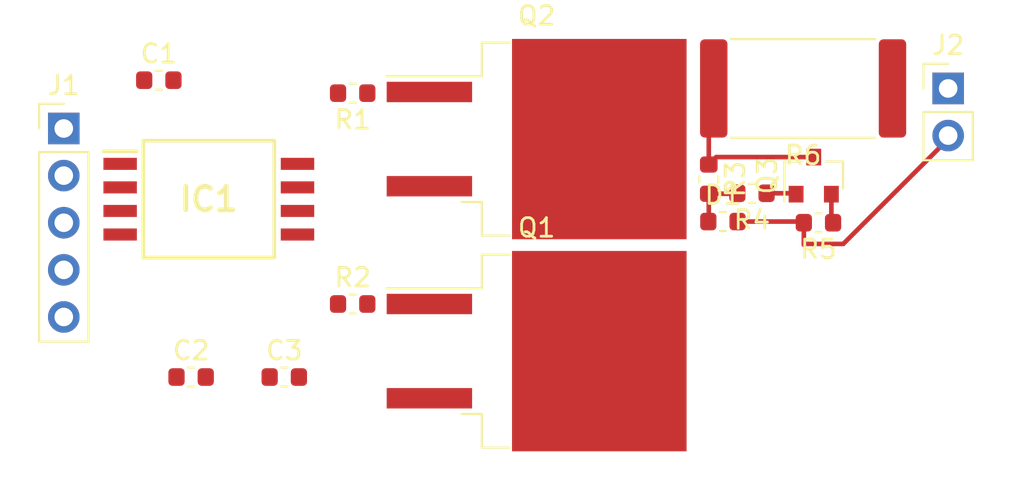
<source format=kicad_pcb>
(kicad_pcb (version 20171130) (host pcbnew "(5.1.6)-1")

  (general
    (thickness 1.6)
    (drawings 0)
    (tracks 19)
    (zones 0)
    (modules 16)
    (nets 15)
  )

  (page A4)
  (layers
    (0 F.Cu signal)
    (31 B.Cu signal)
    (32 B.Adhes user)
    (33 F.Adhes user)
    (34 B.Paste user)
    (35 F.Paste user)
    (36 B.SilkS user)
    (37 F.SilkS user)
    (38 B.Mask user)
    (39 F.Mask user)
    (40 Dwgs.User user)
    (41 Cmts.User user)
    (42 Eco1.User user)
    (43 Eco2.User user)
    (44 Edge.Cuts user)
    (45 Margin user)
    (46 B.CrtYd user)
    (47 F.CrtYd user)
    (48 B.Fab user)
    (49 F.Fab user)
  )

  (setup
    (last_trace_width 0.25)
    (trace_clearance 0.2)
    (zone_clearance 0.508)
    (zone_45_only no)
    (trace_min 0.2)
    (via_size 0.8)
    (via_drill 0.4)
    (via_min_size 0.4)
    (via_min_drill 0.3)
    (uvia_size 0.3)
    (uvia_drill 0.1)
    (uvias_allowed no)
    (uvia_min_size 0.2)
    (uvia_min_drill 0.1)
    (edge_width 0.05)
    (segment_width 0.2)
    (pcb_text_width 0.3)
    (pcb_text_size 1.5 1.5)
    (mod_edge_width 0.12)
    (mod_text_size 1 1)
    (mod_text_width 0.15)
    (pad_size 1.524 1.524)
    (pad_drill 0.762)
    (pad_to_mask_clearance 0.05)
    (aux_axis_origin 0 0)
    (visible_elements FFFFFF7F)
    (pcbplotparams
      (layerselection 0x010fc_ffffffff)
      (usegerberextensions false)
      (usegerberattributes true)
      (usegerberadvancedattributes true)
      (creategerberjobfile true)
      (excludeedgelayer true)
      (linewidth 0.100000)
      (plotframeref false)
      (viasonmask false)
      (mode 1)
      (useauxorigin false)
      (hpglpennumber 1)
      (hpglpenspeed 20)
      (hpglpendiameter 15.000000)
      (psnegative false)
      (psa4output false)
      (plotreference true)
      (plotvalue true)
      (plotinvisibletext false)
      (padsonsilk false)
      (subtractmaskfromsilk false)
      (outputformat 1)
      (mirror false)
      (drillshape 1)
      (scaleselection 1)
      (outputdirectory ""))
  )

  (net 0 "")
  (net 1 "Net-(C1-Pad2)")
  (net 2 "Net-(C1-Pad1)")
  (net 3 "Net-(C2-Pad2)")
  (net 4 "Net-(C2-Pad1)")
  (net 5 "Net-(C3-Pad2)")
  (net 6 "Net-(D1-Pad1)")
  (net 7 "Net-(IC1-Pad8)")
  (net 8 "Net-(IC1-Pad7)")
  (net 9 "Net-(IC1-Pad2)")
  (net 10 "Net-(J2-Pad1)")
  (net 11 "Net-(Q1-Pad2)")
  (net 12 "Net-(Q1-Pad1)")
  (net 13 "Net-(Q3-Pad2)")
  (net 14 "Net-(Q3-Pad1)")

  (net_class Default "This is the default net class."
    (clearance 0.2)
    (trace_width 0.25)
    (via_dia 0.8)
    (via_drill 0.4)
    (uvia_dia 0.3)
    (uvia_drill 0.1)
    (add_net "Net-(C1-Pad1)")
    (add_net "Net-(C1-Pad2)")
    (add_net "Net-(C2-Pad1)")
    (add_net "Net-(C2-Pad2)")
    (add_net "Net-(C3-Pad2)")
    (add_net "Net-(D1-Pad1)")
    (add_net "Net-(IC1-Pad2)")
    (add_net "Net-(IC1-Pad7)")
    (add_net "Net-(IC1-Pad8)")
    (add_net "Net-(J2-Pad1)")
    (add_net "Net-(Q1-Pad1)")
    (add_net "Net-(Q1-Pad2)")
    (add_net "Net-(Q3-Pad1)")
    (add_net "Net-(Q3-Pad2)")
  )

  (module Resistor_SMD:R_4020_10251Metric (layer F.Cu) (tedit 5B301BBD) (tstamp 5F70377C)
    (at 157.4165 70.8025 180)
    (descr "Resistor SMD 4020 (10251 Metric), square (rectangular) end terminal, IPC_7351 nominal, (Body size source: http://datasheet.octopart.com/HVC0603T5004FET-Ohmite-datasheet-26699797.pdf), generated with kicad-footprint-generator")
    (tags resistor)
    (path /5F795715)
    (attr smd)
    (fp_text reference R6 (at 0 -3.6) (layer F.SilkS)
      (effects (font (size 1 1) (thickness 0.15)))
    )
    (fp_text value 0.25R (at 0 3.6) (layer F.Fab)
      (effects (font (size 1 1) (thickness 0.15)))
    )
    (fp_text user %R (at 0 0) (layer F.Fab)
      (effects (font (size 1 1) (thickness 0.15)))
    )
    (fp_line (start -5.1 2.55) (end -5.1 -2.55) (layer F.Fab) (width 0.1))
    (fp_line (start -5.1 -2.55) (end 5.1 -2.55) (layer F.Fab) (width 0.1))
    (fp_line (start 5.1 -2.55) (end 5.1 2.55) (layer F.Fab) (width 0.1))
    (fp_line (start 5.1 2.55) (end -5.1 2.55) (layer F.Fab) (width 0.1))
    (fp_line (start -3.886252 -2.66) (end 3.886252 -2.66) (layer F.SilkS) (width 0.12))
    (fp_line (start -3.886252 2.66) (end 3.886252 2.66) (layer F.SilkS) (width 0.12))
    (fp_line (start -5.8 2.9) (end -5.8 -2.9) (layer F.CrtYd) (width 0.05))
    (fp_line (start -5.8 -2.9) (end 5.8 -2.9) (layer F.CrtYd) (width 0.05))
    (fp_line (start 5.8 -2.9) (end 5.8 2.9) (layer F.CrtYd) (width 0.05))
    (fp_line (start 5.8 2.9) (end -5.8 2.9) (layer F.CrtYd) (width 0.05))
    (pad 2 smd roundrect (at 4.8125 0 180) (size 1.475 5.3) (layers F.Cu F.Paste F.Mask) (roundrect_rratio 0.169492)
      (net 11 "Net-(Q1-Pad2)"))
    (pad 1 smd roundrect (at -4.8125 0 180) (size 1.475 5.3) (layers F.Cu F.Paste F.Mask) (roundrect_rratio 0.169492)
      (net 10 "Net-(J2-Pad1)"))
    (model ${KISYS3DMOD}/Resistor_SMD.3dshapes/R_4020_10251Metric.wrl
      (at (xyz 0 0 0))
      (scale (xyz 1 1 1))
      (rotate (xyz 0 0 0))
    )
  )

  (module Resistor_SMD:R_0603_1608Metric (layer F.Cu) (tedit 5B301BBD) (tstamp 5F702731)
    (at 158.242 78.0415 180)
    (descr "Resistor SMD 0603 (1608 Metric), square (rectangular) end terminal, IPC_7351 nominal, (Body size source: http://www.tortai-tech.com/upload/download/2011102023233369053.pdf), generated with kicad-footprint-generator")
    (tags resistor)
    (path /5F781062)
    (attr smd)
    (fp_text reference R5 (at 0 -1.43) (layer F.SilkS)
      (effects (font (size 1 1) (thickness 0.15)))
    )
    (fp_text value 1K (at 0 1.43) (layer F.Fab)
      (effects (font (size 1 1) (thickness 0.15)))
    )
    (fp_text user %R (at 0 0) (layer F.Fab)
      (effects (font (size 0.4 0.4) (thickness 0.06)))
    )
    (fp_line (start -0.8 0.4) (end -0.8 -0.4) (layer F.Fab) (width 0.1))
    (fp_line (start -0.8 -0.4) (end 0.8 -0.4) (layer F.Fab) (width 0.1))
    (fp_line (start 0.8 -0.4) (end 0.8 0.4) (layer F.Fab) (width 0.1))
    (fp_line (start 0.8 0.4) (end -0.8 0.4) (layer F.Fab) (width 0.1))
    (fp_line (start -0.162779 -0.51) (end 0.162779 -0.51) (layer F.SilkS) (width 0.12))
    (fp_line (start -0.162779 0.51) (end 0.162779 0.51) (layer F.SilkS) (width 0.12))
    (fp_line (start -1.48 0.73) (end -1.48 -0.73) (layer F.CrtYd) (width 0.05))
    (fp_line (start -1.48 -0.73) (end 1.48 -0.73) (layer F.CrtYd) (width 0.05))
    (fp_line (start 1.48 -0.73) (end 1.48 0.73) (layer F.CrtYd) (width 0.05))
    (fp_line (start 1.48 0.73) (end -1.48 0.73) (layer F.CrtYd) (width 0.05))
    (pad 2 smd roundrect (at 0.7875 0 180) (size 0.875 0.95) (layers F.Cu F.Paste F.Mask) (roundrect_rratio 0.25)
      (net 5 "Net-(C3-Pad2)"))
    (pad 1 smd roundrect (at -0.7875 0 180) (size 0.875 0.95) (layers F.Cu F.Paste F.Mask) (roundrect_rratio 0.25)
      (net 13 "Net-(Q3-Pad2)"))
    (model ${KISYS3DMOD}/Resistor_SMD.3dshapes/R_0603_1608Metric.wrl
      (at (xyz 0 0 0))
      (scale (xyz 1 1 1))
      (rotate (xyz 0 0 0))
    )
  )

  (module Resistor_SMD:R_0603_1608Metric (layer F.Cu) (tedit 5B301BBD) (tstamp 5F702720)
    (at 154.6605 76.454 180)
    (descr "Resistor SMD 0603 (1608 Metric), square (rectangular) end terminal, IPC_7351 nominal, (Body size source: http://www.tortai-tech.com/upload/download/2011102023233369053.pdf), generated with kicad-footprint-generator")
    (tags resistor)
    (path /5F769CD6)
    (attr smd)
    (fp_text reference R4 (at 0 -1.43) (layer F.SilkS)
      (effects (font (size 1 1) (thickness 0.15)))
    )
    (fp_text value 10K (at 0 1.43) (layer F.Fab)
      (effects (font (size 1 1) (thickness 0.15)))
    )
    (fp_text user %R (at 0 0) (layer F.Fab)
      (effects (font (size 0.4 0.4) (thickness 0.06)))
    )
    (fp_line (start -0.8 0.4) (end -0.8 -0.4) (layer F.Fab) (width 0.1))
    (fp_line (start -0.8 -0.4) (end 0.8 -0.4) (layer F.Fab) (width 0.1))
    (fp_line (start 0.8 -0.4) (end 0.8 0.4) (layer F.Fab) (width 0.1))
    (fp_line (start 0.8 0.4) (end -0.8 0.4) (layer F.Fab) (width 0.1))
    (fp_line (start -0.162779 -0.51) (end 0.162779 -0.51) (layer F.SilkS) (width 0.12))
    (fp_line (start -0.162779 0.51) (end 0.162779 0.51) (layer F.SilkS) (width 0.12))
    (fp_line (start -1.48 0.73) (end -1.48 -0.73) (layer F.CrtYd) (width 0.05))
    (fp_line (start -1.48 -0.73) (end 1.48 -0.73) (layer F.CrtYd) (width 0.05))
    (fp_line (start 1.48 -0.73) (end 1.48 0.73) (layer F.CrtYd) (width 0.05))
    (fp_line (start 1.48 0.73) (end -1.48 0.73) (layer F.CrtYd) (width 0.05))
    (pad 2 smd roundrect (at 0.7875 0 180) (size 0.875 0.95) (layers F.Cu F.Paste F.Mask) (roundrect_rratio 0.25)
      (net 6 "Net-(D1-Pad1)"))
    (pad 1 smd roundrect (at -0.7875 0 180) (size 0.875 0.95) (layers F.Cu F.Paste F.Mask) (roundrect_rratio 0.25)
      (net 14 "Net-(Q3-Pad1)"))
    (model ${KISYS3DMOD}/Resistor_SMD.3dshapes/R_0603_1608Metric.wrl
      (at (xyz 0 0 0))
      (scale (xyz 1 1 1))
      (rotate (xyz 0 0 0))
    )
  )

  (module Resistor_SMD:R_0603_1608Metric (layer F.Cu) (tedit 5B301BBD) (tstamp 5F70270F)
    (at 152.3365 75.692 270)
    (descr "Resistor SMD 0603 (1608 Metric), square (rectangular) end terminal, IPC_7351 nominal, (Body size source: http://www.tortai-tech.com/upload/download/2011102023233369053.pdf), generated with kicad-footprint-generator")
    (tags resistor)
    (path /5F7697A5)
    (attr smd)
    (fp_text reference R3 (at 0 -1.43 90) (layer F.SilkS)
      (effects (font (size 1 1) (thickness 0.15)))
    )
    (fp_text value 30K (at 0 1.43 90) (layer F.Fab)
      (effects (font (size 1 1) (thickness 0.15)))
    )
    (fp_text user %R (at 0 0 90) (layer F.Fab)
      (effects (font (size 0.4 0.4) (thickness 0.06)))
    )
    (fp_line (start -0.8 0.4) (end -0.8 -0.4) (layer F.Fab) (width 0.1))
    (fp_line (start -0.8 -0.4) (end 0.8 -0.4) (layer F.Fab) (width 0.1))
    (fp_line (start 0.8 -0.4) (end 0.8 0.4) (layer F.Fab) (width 0.1))
    (fp_line (start 0.8 0.4) (end -0.8 0.4) (layer F.Fab) (width 0.1))
    (fp_line (start -0.162779 -0.51) (end 0.162779 -0.51) (layer F.SilkS) (width 0.12))
    (fp_line (start -0.162779 0.51) (end 0.162779 0.51) (layer F.SilkS) (width 0.12))
    (fp_line (start -1.48 0.73) (end -1.48 -0.73) (layer F.CrtYd) (width 0.05))
    (fp_line (start -1.48 -0.73) (end 1.48 -0.73) (layer F.CrtYd) (width 0.05))
    (fp_line (start 1.48 -0.73) (end 1.48 0.73) (layer F.CrtYd) (width 0.05))
    (fp_line (start 1.48 0.73) (end -1.48 0.73) (layer F.CrtYd) (width 0.05))
    (pad 2 smd roundrect (at 0.7875 0 270) (size 0.875 0.95) (layers F.Cu F.Paste F.Mask) (roundrect_rratio 0.25)
      (net 6 "Net-(D1-Pad1)"))
    (pad 1 smd roundrect (at -0.7875 0 270) (size 0.875 0.95) (layers F.Cu F.Paste F.Mask) (roundrect_rratio 0.25)
      (net 11 "Net-(Q1-Pad2)"))
    (model ${KISYS3DMOD}/Resistor_SMD.3dshapes/R_0603_1608Metric.wrl
      (at (xyz 0 0 0))
      (scale (xyz 1 1 1))
      (rotate (xyz 0 0 0))
    )
  )

  (module Resistor_SMD:R_0603_1608Metric (layer F.Cu) (tedit 5B301BBD) (tstamp 5F7026FE)
    (at 133.1595 82.423)
    (descr "Resistor SMD 0603 (1608 Metric), square (rectangular) end terminal, IPC_7351 nominal, (Body size source: http://www.tortai-tech.com/upload/download/2011102023233369053.pdf), generated with kicad-footprint-generator")
    (tags resistor)
    (path /5F706FC9)
    (attr smd)
    (fp_text reference R2 (at 0 -1.43) (layer F.SilkS)
      (effects (font (size 1 1) (thickness 0.15)))
    )
    (fp_text value 3R3 (at 0 1.43) (layer F.Fab)
      (effects (font (size 1 1) (thickness 0.15)))
    )
    (fp_text user %R (at 0 0) (layer F.Fab)
      (effects (font (size 0.4 0.4) (thickness 0.06)))
    )
    (fp_line (start -0.8 0.4) (end -0.8 -0.4) (layer F.Fab) (width 0.1))
    (fp_line (start -0.8 -0.4) (end 0.8 -0.4) (layer F.Fab) (width 0.1))
    (fp_line (start 0.8 -0.4) (end 0.8 0.4) (layer F.Fab) (width 0.1))
    (fp_line (start 0.8 0.4) (end -0.8 0.4) (layer F.Fab) (width 0.1))
    (fp_line (start -0.162779 -0.51) (end 0.162779 -0.51) (layer F.SilkS) (width 0.12))
    (fp_line (start -0.162779 0.51) (end 0.162779 0.51) (layer F.SilkS) (width 0.12))
    (fp_line (start -1.48 0.73) (end -1.48 -0.73) (layer F.CrtYd) (width 0.05))
    (fp_line (start -1.48 -0.73) (end 1.48 -0.73) (layer F.CrtYd) (width 0.05))
    (fp_line (start 1.48 -0.73) (end 1.48 0.73) (layer F.CrtYd) (width 0.05))
    (fp_line (start 1.48 0.73) (end -1.48 0.73) (layer F.CrtYd) (width 0.05))
    (pad 2 smd roundrect (at 0.7875 0) (size 0.875 0.95) (layers F.Cu F.Paste F.Mask) (roundrect_rratio 0.25)
      (net 12 "Net-(Q1-Pad1)"))
    (pad 1 smd roundrect (at -0.7875 0) (size 0.875 0.95) (layers F.Cu F.Paste F.Mask) (roundrect_rratio 0.25)
      (net 8 "Net-(IC1-Pad7)"))
    (model ${KISYS3DMOD}/Resistor_SMD.3dshapes/R_0603_1608Metric.wrl
      (at (xyz 0 0 0))
      (scale (xyz 1 1 1))
      (rotate (xyz 0 0 0))
    )
  )

  (module Resistor_SMD:R_0603_1608Metric (layer F.Cu) (tedit 5B301BBD) (tstamp 5F7026ED)
    (at 133.1595 71.0565 180)
    (descr "Resistor SMD 0603 (1608 Metric), square (rectangular) end terminal, IPC_7351 nominal, (Body size source: http://www.tortai-tech.com/upload/download/2011102023233369053.pdf), generated with kicad-footprint-generator")
    (tags resistor)
    (path /5F7069B2)
    (attr smd)
    (fp_text reference R1 (at 0 -1.43) (layer F.SilkS)
      (effects (font (size 1 1) (thickness 0.15)))
    )
    (fp_text value 10R (at 0 1.43) (layer F.Fab)
      (effects (font (size 1 1) (thickness 0.15)))
    )
    (fp_text user %R (at 0 0) (layer F.Fab)
      (effects (font (size 0.4 0.4) (thickness 0.06)))
    )
    (fp_line (start -0.8 0.4) (end -0.8 -0.4) (layer F.Fab) (width 0.1))
    (fp_line (start -0.8 -0.4) (end 0.8 -0.4) (layer F.Fab) (width 0.1))
    (fp_line (start 0.8 -0.4) (end 0.8 0.4) (layer F.Fab) (width 0.1))
    (fp_line (start 0.8 0.4) (end -0.8 0.4) (layer F.Fab) (width 0.1))
    (fp_line (start -0.162779 -0.51) (end 0.162779 -0.51) (layer F.SilkS) (width 0.12))
    (fp_line (start -0.162779 0.51) (end 0.162779 0.51) (layer F.SilkS) (width 0.12))
    (fp_line (start -1.48 0.73) (end -1.48 -0.73) (layer F.CrtYd) (width 0.05))
    (fp_line (start -1.48 -0.73) (end 1.48 -0.73) (layer F.CrtYd) (width 0.05))
    (fp_line (start 1.48 -0.73) (end 1.48 0.73) (layer F.CrtYd) (width 0.05))
    (fp_line (start 1.48 0.73) (end -1.48 0.73) (layer F.CrtYd) (width 0.05))
    (pad 2 smd roundrect (at 0.7875 0 180) (size 0.875 0.95) (layers F.Cu F.Paste F.Mask) (roundrect_rratio 0.25)
      (net 7 "Net-(IC1-Pad8)"))
    (pad 1 smd roundrect (at -0.7875 0 180) (size 0.875 0.95) (layers F.Cu F.Paste F.Mask) (roundrect_rratio 0.25)
      (net 12 "Net-(Q1-Pad1)"))
    (model ${KISYS3DMOD}/Resistor_SMD.3dshapes/R_0603_1608Metric.wrl
      (at (xyz 0 0 0))
      (scale (xyz 1 1 1))
      (rotate (xyz 0 0 0))
    )
  )

  (module Package_TO_SOT_SMD:SOT-23 (layer F.Cu) (tedit 5A02FF57) (tstamp 5F7026DC)
    (at 157.988 75.5015 90)
    (descr "SOT-23, Standard")
    (tags SOT-23)
    (path /5F75B79C)
    (attr smd)
    (fp_text reference Q3 (at 0 -2.5 90) (layer F.SilkS)
      (effects (font (size 1 1) (thickness 0.15)))
    )
    (fp_text value DTC1D3R (at 0 2.5 90) (layer F.Fab)
      (effects (font (size 1 1) (thickness 0.15)))
    )
    (fp_text user %R (at 0 0) (layer F.Fab)
      (effects (font (size 0.5 0.5) (thickness 0.075)))
    )
    (fp_line (start -0.7 -0.95) (end -0.7 1.5) (layer F.Fab) (width 0.1))
    (fp_line (start -0.15 -1.52) (end 0.7 -1.52) (layer F.Fab) (width 0.1))
    (fp_line (start -0.7 -0.95) (end -0.15 -1.52) (layer F.Fab) (width 0.1))
    (fp_line (start 0.7 -1.52) (end 0.7 1.52) (layer F.Fab) (width 0.1))
    (fp_line (start -0.7 1.52) (end 0.7 1.52) (layer F.Fab) (width 0.1))
    (fp_line (start 0.76 1.58) (end 0.76 0.65) (layer F.SilkS) (width 0.12))
    (fp_line (start 0.76 -1.58) (end 0.76 -0.65) (layer F.SilkS) (width 0.12))
    (fp_line (start -1.7 -1.75) (end 1.7 -1.75) (layer F.CrtYd) (width 0.05))
    (fp_line (start 1.7 -1.75) (end 1.7 1.75) (layer F.CrtYd) (width 0.05))
    (fp_line (start 1.7 1.75) (end -1.7 1.75) (layer F.CrtYd) (width 0.05))
    (fp_line (start -1.7 1.75) (end -1.7 -1.75) (layer F.CrtYd) (width 0.05))
    (fp_line (start 0.76 -1.58) (end -1.4 -1.58) (layer F.SilkS) (width 0.12))
    (fp_line (start 0.76 1.58) (end -0.7 1.58) (layer F.SilkS) (width 0.12))
    (pad 3 smd rect (at 1 0 90) (size 0.9 0.8) (layers F.Cu F.Paste F.Mask)
      (net 11 "Net-(Q1-Pad2)"))
    (pad 2 smd rect (at -1 0.95 90) (size 0.9 0.8) (layers F.Cu F.Paste F.Mask)
      (net 13 "Net-(Q3-Pad2)"))
    (pad 1 smd rect (at -1 -0.95 90) (size 0.9 0.8) (layers F.Cu F.Paste F.Mask)
      (net 14 "Net-(Q3-Pad1)"))
    (model ${KISYS3DMOD}/Package_TO_SOT_SMD.3dshapes/SOT-23.wrl
      (at (xyz 0 0 0))
      (scale (xyz 1 1 1))
      (rotate (xyz 0 0 0))
    )
  )

  (module Package_TO_SOT_SMD:TO-263-2 (layer F.Cu) (tedit 5A70FB7B) (tstamp 5F7026C7)
    (at 143.0655 73.533)
    (descr "TO-263 / D2PAK / DDPAK SMD package, http://www.infineon.com/cms/en/product/packages/PG-TO263/PG-TO263-3-1/")
    (tags "D2PAK DDPAK TO-263 D2PAK-3 TO-263-3 SOT-404")
    (path /5F6FC0D7)
    (attr smd)
    (fp_text reference Q2 (at 0 -6.65) (layer F.SilkS)
      (effects (font (size 1 1) (thickness 0.15)))
    )
    (fp_text value IPB120N04S4-04 (at 0 6.65) (layer F.Fab)
      (effects (font (size 1 1) (thickness 0.15)))
    )
    (fp_text user %R (at 0 0) (layer F.Fab)
      (effects (font (size 1 1) (thickness 0.15)))
    )
    (fp_line (start 6.5 -5) (end 7.5 -5) (layer F.Fab) (width 0.1))
    (fp_line (start 7.5 -5) (end 7.5 5) (layer F.Fab) (width 0.1))
    (fp_line (start 7.5 5) (end 6.5 5) (layer F.Fab) (width 0.1))
    (fp_line (start 6.5 -5) (end 6.5 5) (layer F.Fab) (width 0.1))
    (fp_line (start 6.5 5) (end -2.75 5) (layer F.Fab) (width 0.1))
    (fp_line (start -2.75 5) (end -2.75 -4) (layer F.Fab) (width 0.1))
    (fp_line (start -2.75 -4) (end -1.75 -5) (layer F.Fab) (width 0.1))
    (fp_line (start -1.75 -5) (end 6.5 -5) (layer F.Fab) (width 0.1))
    (fp_line (start -2.75 -3.04) (end -7.45 -3.04) (layer F.Fab) (width 0.1))
    (fp_line (start -7.45 -3.04) (end -7.45 -2.04) (layer F.Fab) (width 0.1))
    (fp_line (start -7.45 -2.04) (end -2.75 -2.04) (layer F.Fab) (width 0.1))
    (fp_line (start -2.75 2.04) (end -7.45 2.04) (layer F.Fab) (width 0.1))
    (fp_line (start -7.45 2.04) (end -7.45 3.04) (layer F.Fab) (width 0.1))
    (fp_line (start -7.45 3.04) (end -2.75 3.04) (layer F.Fab) (width 0.1))
    (fp_line (start -1.45 -5.2) (end -2.95 -5.2) (layer F.SilkS) (width 0.12))
    (fp_line (start -2.95 -5.2) (end -2.95 -3.39) (layer F.SilkS) (width 0.12))
    (fp_line (start -2.95 -3.39) (end -8.075 -3.39) (layer F.SilkS) (width 0.12))
    (fp_line (start -1.45 5.2) (end -2.95 5.2) (layer F.SilkS) (width 0.12))
    (fp_line (start -2.95 5.2) (end -2.95 3.39) (layer F.SilkS) (width 0.12))
    (fp_line (start -2.95 3.39) (end -4.05 3.39) (layer F.SilkS) (width 0.12))
    (fp_line (start -8.32 -5.65) (end -8.32 5.65) (layer F.CrtYd) (width 0.05))
    (fp_line (start -8.32 5.65) (end 8.32 5.65) (layer F.CrtYd) (width 0.05))
    (fp_line (start 8.32 5.65) (end 8.32 -5.65) (layer F.CrtYd) (width 0.05))
    (fp_line (start 8.32 -5.65) (end -8.32 -5.65) (layer F.CrtYd) (width 0.05))
    (pad "" smd rect (at 0.95 2.775) (size 4.55 5.25) (layers F.Paste))
    (pad "" smd rect (at 5.8 -2.775) (size 4.55 5.25) (layers F.Paste))
    (pad "" smd rect (at 0.95 -2.775) (size 4.55 5.25) (layers F.Paste))
    (pad "" smd rect (at 5.8 2.775) (size 4.55 5.25) (layers F.Paste))
    (pad 2 smd rect (at 3.375 0) (size 9.4 10.8) (layers F.Cu F.Mask)
      (net 11 "Net-(Q1-Pad2)"))
    (pad 3 smd rect (at -5.775 2.54) (size 4.6 1.1) (layers F.Cu F.Paste F.Mask)
      (net 5 "Net-(C3-Pad2)"))
    (pad 1 smd rect (at -5.775 -2.54) (size 4.6 1.1) (layers F.Cu F.Paste F.Mask)
      (net 12 "Net-(Q1-Pad1)"))
    (model ${KISYS3DMOD}/Package_TO_SOT_SMD.3dshapes/TO-263-2.wrl
      (at (xyz 0 0 0))
      (scale (xyz 1 1 1))
      (rotate (xyz 0 0 0))
    )
  )

  (module Package_TO_SOT_SMD:TO-263-2 (layer F.Cu) (tedit 5A70FB7B) (tstamp 5F7026A3)
    (at 143.0655 84.963)
    (descr "TO-263 / D2PAK / DDPAK SMD package, http://www.infineon.com/cms/en/product/packages/PG-TO263/PG-TO263-3-1/")
    (tags "D2PAK DDPAK TO-263 D2PAK-3 TO-263-3 SOT-404")
    (path /5F6FE0E8)
    (attr smd)
    (fp_text reference Q1 (at 0 -6.65) (layer F.SilkS)
      (effects (font (size 1 1) (thickness 0.15)))
    )
    (fp_text value IPI120P04P4-04 (at 0 6.65) (layer F.Fab)
      (effects (font (size 1 1) (thickness 0.15)))
    )
    (fp_text user %R (at 0 0) (layer F.Fab)
      (effects (font (size 1 1) (thickness 0.15)))
    )
    (fp_line (start 6.5 -5) (end 7.5 -5) (layer F.Fab) (width 0.1))
    (fp_line (start 7.5 -5) (end 7.5 5) (layer F.Fab) (width 0.1))
    (fp_line (start 7.5 5) (end 6.5 5) (layer F.Fab) (width 0.1))
    (fp_line (start 6.5 -5) (end 6.5 5) (layer F.Fab) (width 0.1))
    (fp_line (start 6.5 5) (end -2.75 5) (layer F.Fab) (width 0.1))
    (fp_line (start -2.75 5) (end -2.75 -4) (layer F.Fab) (width 0.1))
    (fp_line (start -2.75 -4) (end -1.75 -5) (layer F.Fab) (width 0.1))
    (fp_line (start -1.75 -5) (end 6.5 -5) (layer F.Fab) (width 0.1))
    (fp_line (start -2.75 -3.04) (end -7.45 -3.04) (layer F.Fab) (width 0.1))
    (fp_line (start -7.45 -3.04) (end -7.45 -2.04) (layer F.Fab) (width 0.1))
    (fp_line (start -7.45 -2.04) (end -2.75 -2.04) (layer F.Fab) (width 0.1))
    (fp_line (start -2.75 2.04) (end -7.45 2.04) (layer F.Fab) (width 0.1))
    (fp_line (start -7.45 2.04) (end -7.45 3.04) (layer F.Fab) (width 0.1))
    (fp_line (start -7.45 3.04) (end -2.75 3.04) (layer F.Fab) (width 0.1))
    (fp_line (start -1.45 -5.2) (end -2.95 -5.2) (layer F.SilkS) (width 0.12))
    (fp_line (start -2.95 -5.2) (end -2.95 -3.39) (layer F.SilkS) (width 0.12))
    (fp_line (start -2.95 -3.39) (end -8.075 -3.39) (layer F.SilkS) (width 0.12))
    (fp_line (start -1.45 5.2) (end -2.95 5.2) (layer F.SilkS) (width 0.12))
    (fp_line (start -2.95 5.2) (end -2.95 3.39) (layer F.SilkS) (width 0.12))
    (fp_line (start -2.95 3.39) (end -4.05 3.39) (layer F.SilkS) (width 0.12))
    (fp_line (start -8.32 -5.65) (end -8.32 5.65) (layer F.CrtYd) (width 0.05))
    (fp_line (start -8.32 5.65) (end 8.32 5.65) (layer F.CrtYd) (width 0.05))
    (fp_line (start 8.32 5.65) (end 8.32 -5.65) (layer F.CrtYd) (width 0.05))
    (fp_line (start 8.32 -5.65) (end -8.32 -5.65) (layer F.CrtYd) (width 0.05))
    (pad "" smd rect (at 0.95 2.775) (size 4.55 5.25) (layers F.Paste))
    (pad "" smd rect (at 5.8 -2.775) (size 4.55 5.25) (layers F.Paste))
    (pad "" smd rect (at 0.95 -2.775) (size 4.55 5.25) (layers F.Paste))
    (pad "" smd rect (at 5.8 2.775) (size 4.55 5.25) (layers F.Paste))
    (pad 2 smd rect (at 3.375 0) (size 9.4 10.8) (layers F.Cu F.Mask)
      (net 11 "Net-(Q1-Pad2)"))
    (pad 3 smd rect (at -5.775 2.54) (size 4.6 1.1) (layers F.Cu F.Paste F.Mask)
      (net 4 "Net-(C2-Pad1)"))
    (pad 1 smd rect (at -5.775 -2.54) (size 4.6 1.1) (layers F.Cu F.Paste F.Mask)
      (net 12 "Net-(Q1-Pad1)"))
    (model ${KISYS3DMOD}/Package_TO_SOT_SMD.3dshapes/TO-263-2.wrl
      (at (xyz 0 0 0))
      (scale (xyz 1 1 1))
      (rotate (xyz 0 0 0))
    )
  )

  (module Connector_PinHeader_2.54mm:PinHeader_1x02_P2.54mm_Vertical (layer F.Cu) (tedit 59FED5CC) (tstamp 5F70267F)
    (at 165.227 70.8025)
    (descr "Through hole straight pin header, 1x02, 2.54mm pitch, single row")
    (tags "Through hole pin header THT 1x02 2.54mm single row")
    (path /5F79EA29)
    (fp_text reference J2 (at 0 -2.33) (layer F.SilkS)
      (effects (font (size 1 1) (thickness 0.15)))
    )
    (fp_text value Driver_OUT (at 0 4.87) (layer F.Fab)
      (effects (font (size 1 1) (thickness 0.15)))
    )
    (fp_text user %R (at 0 1.27 90) (layer F.Fab)
      (effects (font (size 1 1) (thickness 0.15)))
    )
    (fp_line (start -0.635 -1.27) (end 1.27 -1.27) (layer F.Fab) (width 0.1))
    (fp_line (start 1.27 -1.27) (end 1.27 3.81) (layer F.Fab) (width 0.1))
    (fp_line (start 1.27 3.81) (end -1.27 3.81) (layer F.Fab) (width 0.1))
    (fp_line (start -1.27 3.81) (end -1.27 -0.635) (layer F.Fab) (width 0.1))
    (fp_line (start -1.27 -0.635) (end -0.635 -1.27) (layer F.Fab) (width 0.1))
    (fp_line (start -1.33 3.87) (end 1.33 3.87) (layer F.SilkS) (width 0.12))
    (fp_line (start -1.33 1.27) (end -1.33 3.87) (layer F.SilkS) (width 0.12))
    (fp_line (start 1.33 1.27) (end 1.33 3.87) (layer F.SilkS) (width 0.12))
    (fp_line (start -1.33 1.27) (end 1.33 1.27) (layer F.SilkS) (width 0.12))
    (fp_line (start -1.33 0) (end -1.33 -1.33) (layer F.SilkS) (width 0.12))
    (fp_line (start -1.33 -1.33) (end 0 -1.33) (layer F.SilkS) (width 0.12))
    (fp_line (start -1.8 -1.8) (end -1.8 4.35) (layer F.CrtYd) (width 0.05))
    (fp_line (start -1.8 4.35) (end 1.8 4.35) (layer F.CrtYd) (width 0.05))
    (fp_line (start 1.8 4.35) (end 1.8 -1.8) (layer F.CrtYd) (width 0.05))
    (fp_line (start 1.8 -1.8) (end -1.8 -1.8) (layer F.CrtYd) (width 0.05))
    (pad 2 thru_hole oval (at 0 2.54) (size 1.7 1.7) (drill 1) (layers *.Cu *.Mask)
      (net 5 "Net-(C3-Pad2)"))
    (pad 1 thru_hole rect (at 0 0) (size 1.7 1.7) (drill 1) (layers *.Cu *.Mask)
      (net 10 "Net-(J2-Pad1)"))
    (model ${KISYS3DMOD}/Connector_PinHeader_2.54mm.3dshapes/PinHeader_1x02_P2.54mm_Vertical.wrl
      (at (xyz 0 0 0))
      (scale (xyz 1 1 1))
      (rotate (xyz 0 0 0))
    )
  )

  (module Connector_PinHeader_2.54mm:PinHeader_1x05_P2.54mm_Vertical (layer F.Cu) (tedit 59FED5CC) (tstamp 5F702669)
    (at 117.602 72.9615)
    (descr "Through hole straight pin header, 1x05, 2.54mm pitch, single row")
    (tags "Through hole pin header THT 1x05 2.54mm single row")
    (path /5F7B21D1)
    (fp_text reference J1 (at 0 -2.33) (layer F.SilkS)
      (effects (font (size 1 1) (thickness 0.15)))
    )
    (fp_text value Driver_IN (at 0 12.49) (layer F.Fab)
      (effects (font (size 1 1) (thickness 0.15)))
    )
    (fp_text user %R (at 0 5.08 90) (layer F.Fab)
      (effects (font (size 1 1) (thickness 0.15)))
    )
    (fp_line (start -0.635 -1.27) (end 1.27 -1.27) (layer F.Fab) (width 0.1))
    (fp_line (start 1.27 -1.27) (end 1.27 11.43) (layer F.Fab) (width 0.1))
    (fp_line (start 1.27 11.43) (end -1.27 11.43) (layer F.Fab) (width 0.1))
    (fp_line (start -1.27 11.43) (end -1.27 -0.635) (layer F.Fab) (width 0.1))
    (fp_line (start -1.27 -0.635) (end -0.635 -1.27) (layer F.Fab) (width 0.1))
    (fp_line (start -1.33 11.49) (end 1.33 11.49) (layer F.SilkS) (width 0.12))
    (fp_line (start -1.33 1.27) (end -1.33 11.49) (layer F.SilkS) (width 0.12))
    (fp_line (start 1.33 1.27) (end 1.33 11.49) (layer F.SilkS) (width 0.12))
    (fp_line (start -1.33 1.27) (end 1.33 1.27) (layer F.SilkS) (width 0.12))
    (fp_line (start -1.33 0) (end -1.33 -1.33) (layer F.SilkS) (width 0.12))
    (fp_line (start -1.33 -1.33) (end 0 -1.33) (layer F.SilkS) (width 0.12))
    (fp_line (start -1.8 -1.8) (end -1.8 11.95) (layer F.CrtYd) (width 0.05))
    (fp_line (start -1.8 11.95) (end 1.8 11.95) (layer F.CrtYd) (width 0.05))
    (fp_line (start 1.8 11.95) (end 1.8 -1.8) (layer F.CrtYd) (width 0.05))
    (fp_line (start 1.8 -1.8) (end -1.8 -1.8) (layer F.CrtYd) (width 0.05))
    (pad 5 thru_hole oval (at 0 10.16) (size 1.7 1.7) (drill 1) (layers *.Cu *.Mask)
      (net 5 "Net-(C3-Pad2)"))
    (pad 4 thru_hole oval (at 0 7.62) (size 1.7 1.7) (drill 1) (layers *.Cu *.Mask)
      (net 4 "Net-(C2-Pad1)"))
    (pad 3 thru_hole oval (at 0 5.08) (size 1.7 1.7) (drill 1) (layers *.Cu *.Mask)
      (net 1 "Net-(C1-Pad2)"))
    (pad 2 thru_hole oval (at 0 2.54) (size 1.7 1.7) (drill 1) (layers *.Cu *.Mask)
      (net 9 "Net-(IC1-Pad2)"))
    (pad 1 thru_hole rect (at 0 0) (size 1.7 1.7) (drill 1) (layers *.Cu *.Mask)
      (net 2 "Net-(C1-Pad1)"))
    (model ${KISYS3DMOD}/Connector_PinHeader_2.54mm.3dshapes/PinHeader_1x05_P2.54mm_Vertical.wrl
      (at (xyz 0 0 0))
      (scale (xyz 1 1 1))
      (rotate (xyz 0 0 0))
    )
  )

  (module 1EDI60H12AHXUMA1:SOIC127P1030X265-8N (layer F.Cu) (tedit 5F53E5A8) (tstamp 5F702650)
    (at 125.4125 76.7715)
    (descr 1EDI60H12AHXUMA1-1)
    (tags "Integrated Circuit")
    (path /5F704E0D)
    (attr smd)
    (fp_text reference IC1 (at 0 0) (layer F.SilkS)
      (effects (font (size 1.27 1.27) (thickness 0.254)))
    )
    (fp_text value 1EDI60H12AHXUMA1 (at 0 0) (layer F.SilkS) hide
      (effects (font (size 1.27 1.27) (thickness 0.254)))
    )
    (fp_line (start -5.675 -2.58) (end -3.875 -2.58) (layer F.SilkS) (width 0.2))
    (fp_line (start -3.525 3.15) (end -3.525 -3.15) (layer F.SilkS) (width 0.2))
    (fp_line (start 3.525 3.15) (end -3.525 3.15) (layer F.SilkS) (width 0.2))
    (fp_line (start 3.525 -3.15) (end 3.525 3.15) (layer F.SilkS) (width 0.2))
    (fp_line (start -3.525 -3.15) (end 3.525 -3.15) (layer F.SilkS) (width 0.2))
    (fp_line (start -3.75 -1.88) (end -2.48 -3.15) (layer Dwgs.User) (width 0.1))
    (fp_line (start -3.75 3.15) (end -3.75 -3.15) (layer Dwgs.User) (width 0.1))
    (fp_line (start 3.75 3.15) (end -3.75 3.15) (layer Dwgs.User) (width 0.1))
    (fp_line (start 3.75 -3.15) (end 3.75 3.15) (layer Dwgs.User) (width 0.1))
    (fp_line (start -3.75 -3.15) (end 3.75 -3.15) (layer Dwgs.User) (width 0.1))
    (fp_line (start -5.925 3.45) (end -5.925 -3.45) (layer Dwgs.User) (width 0.05))
    (fp_line (start 5.925 3.45) (end -5.925 3.45) (layer Dwgs.User) (width 0.05))
    (fp_line (start 5.925 -3.45) (end 5.925 3.45) (layer Dwgs.User) (width 0.05))
    (fp_line (start -5.925 -3.45) (end 5.925 -3.45) (layer Dwgs.User) (width 0.05))
    (pad 8 smd rect (at 4.775 -1.905 90) (size 0.65 1.8) (layers F.Cu F.Paste F.Mask)
      (net 7 "Net-(IC1-Pad8)"))
    (pad 7 smd rect (at 4.775 -0.635 90) (size 0.65 1.8) (layers F.Cu F.Paste F.Mask)
      (net 8 "Net-(IC1-Pad7)"))
    (pad 6 smd rect (at 4.775 0.635 90) (size 0.65 1.8) (layers F.Cu F.Paste F.Mask)
      (net 4 "Net-(C2-Pad1)"))
    (pad 5 smd rect (at 4.775 1.905 90) (size 0.65 1.8) (layers F.Cu F.Paste F.Mask)
      (net 5 "Net-(C3-Pad2)"))
    (pad 4 smd rect (at -4.775 1.905 90) (size 0.65 1.8) (layers F.Cu F.Paste F.Mask)
      (net 1 "Net-(C1-Pad2)"))
    (pad 3 smd rect (at -4.775 0.635 90) (size 0.65 1.8) (layers F.Cu F.Paste F.Mask)
      (net 1 "Net-(C1-Pad2)"))
    (pad 2 smd rect (at -4.775 -0.635 90) (size 0.65 1.8) (layers F.Cu F.Paste F.Mask)
      (net 9 "Net-(IC1-Pad2)"))
    (pad 1 smd rect (at -4.775 -1.905 90) (size 0.65 1.8) (layers F.Cu F.Paste F.Mask)
      (net 2 "Net-(C1-Pad1)"))
  )

  (module Resistor_SMD:R_0603_1608Metric (layer F.Cu) (tedit 5B301BBD) (tstamp 5F702636)
    (at 153.0985 77.978)
    (descr "Resistor SMD 0603 (1608 Metric), square (rectangular) end terminal, IPC_7351 nominal, (Body size source: http://www.tortai-tech.com/upload/download/2011102023233369053.pdf), generated with kicad-footprint-generator")
    (tags resistor)
    (path /5F76A283)
    (attr smd)
    (fp_text reference D1 (at 0 -1.43) (layer F.SilkS)
      (effects (font (size 1 1) (thickness 0.15)))
    )
    (fp_text value 23V (at 0 1.43) (layer F.Fab)
      (effects (font (size 1 1) (thickness 0.15)))
    )
    (fp_text user %R (at 0 0) (layer F.Fab)
      (effects (font (size 0.4 0.4) (thickness 0.06)))
    )
    (fp_line (start -0.8 0.4) (end -0.8 -0.4) (layer F.Fab) (width 0.1))
    (fp_line (start -0.8 -0.4) (end 0.8 -0.4) (layer F.Fab) (width 0.1))
    (fp_line (start 0.8 -0.4) (end 0.8 0.4) (layer F.Fab) (width 0.1))
    (fp_line (start 0.8 0.4) (end -0.8 0.4) (layer F.Fab) (width 0.1))
    (fp_line (start -0.162779 -0.51) (end 0.162779 -0.51) (layer F.SilkS) (width 0.12))
    (fp_line (start -0.162779 0.51) (end 0.162779 0.51) (layer F.SilkS) (width 0.12))
    (fp_line (start -1.48 0.73) (end -1.48 -0.73) (layer F.CrtYd) (width 0.05))
    (fp_line (start -1.48 -0.73) (end 1.48 -0.73) (layer F.CrtYd) (width 0.05))
    (fp_line (start 1.48 -0.73) (end 1.48 0.73) (layer F.CrtYd) (width 0.05))
    (fp_line (start 1.48 0.73) (end -1.48 0.73) (layer F.CrtYd) (width 0.05))
    (pad 2 smd roundrect (at 0.7875 0) (size 0.875 0.95) (layers F.Cu F.Paste F.Mask) (roundrect_rratio 0.25)
      (net 5 "Net-(C3-Pad2)"))
    (pad 1 smd roundrect (at -0.7875 0) (size 0.875 0.95) (layers F.Cu F.Paste F.Mask) (roundrect_rratio 0.25)
      (net 6 "Net-(D1-Pad1)"))
    (model ${KISYS3DMOD}/Resistor_SMD.3dshapes/R_0603_1608Metric.wrl
      (at (xyz 0 0 0))
      (scale (xyz 1 1 1))
      (rotate (xyz 0 0 0))
    )
  )

  (module Resistor_SMD:R_0603_1608Metric (layer F.Cu) (tedit 5B301BBD) (tstamp 5F702625)
    (at 129.4765 86.36)
    (descr "Resistor SMD 0603 (1608 Metric), square (rectangular) end terminal, IPC_7351 nominal, (Body size source: http://www.tortai-tech.com/upload/download/2011102023233369053.pdf), generated with kicad-footprint-generator")
    (tags resistor)
    (path /5F749E8D)
    (attr smd)
    (fp_text reference C3 (at 0 -1.43) (layer F.SilkS)
      (effects (font (size 1 1) (thickness 0.15)))
    )
    (fp_text value 1uF (at 0 1.43) (layer F.Fab)
      (effects (font (size 1 1) (thickness 0.15)))
    )
    (fp_text user %R (at 0 0) (layer F.Fab)
      (effects (font (size 0.4 0.4) (thickness 0.06)))
    )
    (fp_line (start -0.8 0.4) (end -0.8 -0.4) (layer F.Fab) (width 0.1))
    (fp_line (start -0.8 -0.4) (end 0.8 -0.4) (layer F.Fab) (width 0.1))
    (fp_line (start 0.8 -0.4) (end 0.8 0.4) (layer F.Fab) (width 0.1))
    (fp_line (start 0.8 0.4) (end -0.8 0.4) (layer F.Fab) (width 0.1))
    (fp_line (start -0.162779 -0.51) (end 0.162779 -0.51) (layer F.SilkS) (width 0.12))
    (fp_line (start -0.162779 0.51) (end 0.162779 0.51) (layer F.SilkS) (width 0.12))
    (fp_line (start -1.48 0.73) (end -1.48 -0.73) (layer F.CrtYd) (width 0.05))
    (fp_line (start -1.48 -0.73) (end 1.48 -0.73) (layer F.CrtYd) (width 0.05))
    (fp_line (start 1.48 -0.73) (end 1.48 0.73) (layer F.CrtYd) (width 0.05))
    (fp_line (start 1.48 0.73) (end -1.48 0.73) (layer F.CrtYd) (width 0.05))
    (pad 2 smd roundrect (at 0.7875 0) (size 0.875 0.95) (layers F.Cu F.Paste F.Mask) (roundrect_rratio 0.25)
      (net 5 "Net-(C3-Pad2)"))
    (pad 1 smd roundrect (at -0.7875 0) (size 0.875 0.95) (layers F.Cu F.Paste F.Mask) (roundrect_rratio 0.25)
      (net 3 "Net-(C2-Pad2)"))
    (model ${KISYS3DMOD}/Resistor_SMD.3dshapes/R_0603_1608Metric.wrl
      (at (xyz 0 0 0))
      (scale (xyz 1 1 1))
      (rotate (xyz 0 0 0))
    )
  )

  (module Resistor_SMD:R_0603_1608Metric (layer F.Cu) (tedit 5B301BBD) (tstamp 5F702614)
    (at 124.46 86.36)
    (descr "Resistor SMD 0603 (1608 Metric), square (rectangular) end terminal, IPC_7351 nominal, (Body size source: http://www.tortai-tech.com/upload/download/2011102023233369053.pdf), generated with kicad-footprint-generator")
    (tags resistor)
    (path /5F74971C)
    (attr smd)
    (fp_text reference C2 (at 0 -1.43) (layer F.SilkS)
      (effects (font (size 1 1) (thickness 0.15)))
    )
    (fp_text value 1uF (at 0 1.43) (layer F.Fab)
      (effects (font (size 1 1) (thickness 0.15)))
    )
    (fp_text user %R (at 0 0) (layer F.Fab)
      (effects (font (size 0.4 0.4) (thickness 0.06)))
    )
    (fp_line (start -0.8 0.4) (end -0.8 -0.4) (layer F.Fab) (width 0.1))
    (fp_line (start -0.8 -0.4) (end 0.8 -0.4) (layer F.Fab) (width 0.1))
    (fp_line (start 0.8 -0.4) (end 0.8 0.4) (layer F.Fab) (width 0.1))
    (fp_line (start 0.8 0.4) (end -0.8 0.4) (layer F.Fab) (width 0.1))
    (fp_line (start -0.162779 -0.51) (end 0.162779 -0.51) (layer F.SilkS) (width 0.12))
    (fp_line (start -0.162779 0.51) (end 0.162779 0.51) (layer F.SilkS) (width 0.12))
    (fp_line (start -1.48 0.73) (end -1.48 -0.73) (layer F.CrtYd) (width 0.05))
    (fp_line (start -1.48 -0.73) (end 1.48 -0.73) (layer F.CrtYd) (width 0.05))
    (fp_line (start 1.48 -0.73) (end 1.48 0.73) (layer F.CrtYd) (width 0.05))
    (fp_line (start 1.48 0.73) (end -1.48 0.73) (layer F.CrtYd) (width 0.05))
    (pad 2 smd roundrect (at 0.7875 0) (size 0.875 0.95) (layers F.Cu F.Paste F.Mask) (roundrect_rratio 0.25)
      (net 3 "Net-(C2-Pad2)"))
    (pad 1 smd roundrect (at -0.7875 0) (size 0.875 0.95) (layers F.Cu F.Paste F.Mask) (roundrect_rratio 0.25)
      (net 4 "Net-(C2-Pad1)"))
    (model ${KISYS3DMOD}/Resistor_SMD.3dshapes/R_0603_1608Metric.wrl
      (at (xyz 0 0 0))
      (scale (xyz 1 1 1))
      (rotate (xyz 0 0 0))
    )
  )

  (module Resistor_SMD:R_0603_1608Metric (layer F.Cu) (tedit 5B301BBD) (tstamp 5F702603)
    (at 122.72 70.358)
    (descr "Resistor SMD 0603 (1608 Metric), square (rectangular) end terminal, IPC_7351 nominal, (Body size source: http://www.tortai-tech.com/upload/download/2011102023233369053.pdf), generated with kicad-footprint-generator")
    (tags resistor)
    (path /5F7156D1)
    (attr smd)
    (fp_text reference C1 (at 0 -1.43) (layer F.SilkS)
      (effects (font (size 1 1) (thickness 0.15)))
    )
    (fp_text value 100nF (at 0 1.43) (layer F.Fab)
      (effects (font (size 1 1) (thickness 0.15)))
    )
    (fp_text user %R (at 0 0) (layer F.Fab)
      (effects (font (size 0.4 0.4) (thickness 0.06)))
    )
    (fp_line (start -0.8 0.4) (end -0.8 -0.4) (layer F.Fab) (width 0.1))
    (fp_line (start -0.8 -0.4) (end 0.8 -0.4) (layer F.Fab) (width 0.1))
    (fp_line (start 0.8 -0.4) (end 0.8 0.4) (layer F.Fab) (width 0.1))
    (fp_line (start 0.8 0.4) (end -0.8 0.4) (layer F.Fab) (width 0.1))
    (fp_line (start -0.162779 -0.51) (end 0.162779 -0.51) (layer F.SilkS) (width 0.12))
    (fp_line (start -0.162779 0.51) (end 0.162779 0.51) (layer F.SilkS) (width 0.12))
    (fp_line (start -1.48 0.73) (end -1.48 -0.73) (layer F.CrtYd) (width 0.05))
    (fp_line (start -1.48 -0.73) (end 1.48 -0.73) (layer F.CrtYd) (width 0.05))
    (fp_line (start 1.48 -0.73) (end 1.48 0.73) (layer F.CrtYd) (width 0.05))
    (fp_line (start 1.48 0.73) (end -1.48 0.73) (layer F.CrtYd) (width 0.05))
    (pad 2 smd roundrect (at 0.7875 0) (size 0.875 0.95) (layers F.Cu F.Paste F.Mask) (roundrect_rratio 0.25)
      (net 1 "Net-(C1-Pad2)"))
    (pad 1 smd roundrect (at -0.7875 0) (size 0.875 0.95) (layers F.Cu F.Paste F.Mask) (roundrect_rratio 0.25)
      (net 2 "Net-(C1-Pad1)"))
    (model ${KISYS3DMOD}/Resistor_SMD.3dshapes/R_0603_1608Metric.wrl
      (at (xyz 0 0 0))
      (scale (xyz 1 1 1))
      (rotate (xyz 0 0 0))
    )
  )

  (segment (start 157.391 77.978) (end 157.4545 78.0415) (width 0.25) (layer F.Cu) (net 5))
  (segment (start 153.886 77.978) (end 157.391 77.978) (width 0.25) (layer F.Cu) (net 5))
  (segment (start 157.4545 78.0415) (end 157.4545 79.2225) (width 0.25) (layer F.Cu) (net 5))
  (segment (start 157.4545 79.2225) (end 157.4925 79.1845) (width 0.25) (layer F.Cu) (net 5))
  (segment (start 157.4925 79.1845) (end 159.5755 79.1845) (width 0.25) (layer F.Cu) (net 5))
  (segment (start 165.227 73.533) (end 165.227 73.3425) (width 0.25) (layer F.Cu) (net 5))
  (segment (start 159.5755 79.1845) (end 165.227 73.533) (width 0.25) (layer F.Cu) (net 5))
  (segment (start 152.3365 77.9525) (end 152.311 77.978) (width 0.25) (layer F.Cu) (net 6))
  (segment (start 152.3365 76.4795) (end 152.3365 77.9525) (width 0.25) (layer F.Cu) (net 6))
  (segment (start 153.8475 76.4795) (end 153.873 76.454) (width 0.25) (layer F.Cu) (net 6))
  (segment (start 152.3365 76.4795) (end 153.8475 76.4795) (width 0.25) (layer F.Cu) (net 6))
  (segment (start 152.7395 74.5015) (end 152.3365 74.9045) (width 0.25) (layer F.Cu) (net 11))
  (segment (start 157.988 74.5015) (end 152.7395 74.5015) (width 0.25) (layer F.Cu) (net 11))
  (segment (start 152.3365 71.07) (end 152.604 70.8025) (width 0.25) (layer F.Cu) (net 11))
  (segment (start 152.3365 74.9045) (end 152.3365 71.07) (width 0.25) (layer F.Cu) (net 11))
  (segment (start 158.938 77.95) (end 159.0295 78.0415) (width 0.25) (layer F.Cu) (net 13))
  (segment (start 158.938 76.5015) (end 158.938 77.95) (width 0.25) (layer F.Cu) (net 13))
  (segment (start 156.9905 76.454) (end 157.038 76.5015) (width 0.25) (layer F.Cu) (net 14))
  (segment (start 155.448 76.454) (end 156.9905 76.454) (width 0.25) (layer F.Cu) (net 14))

)

</source>
